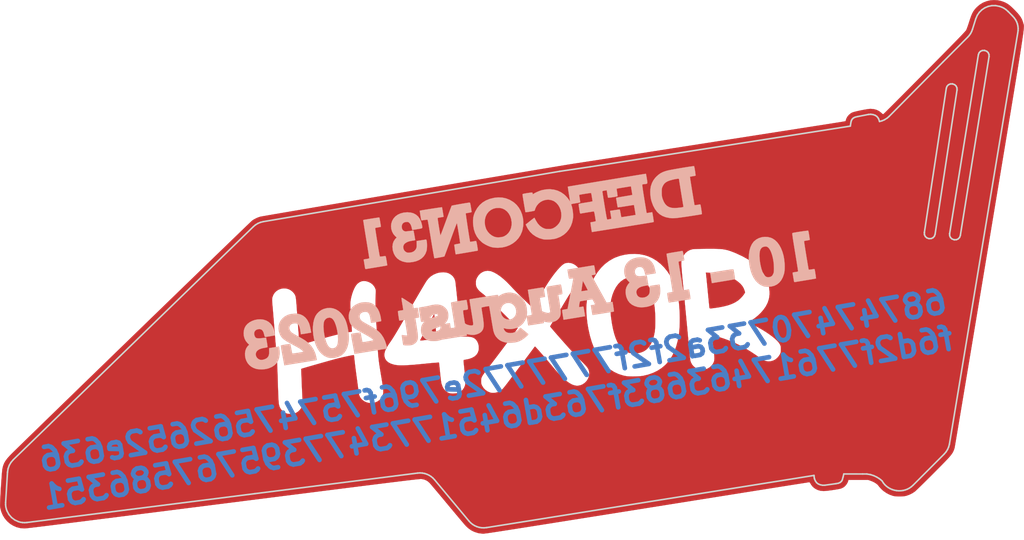
<source format=kicad_pcb>
(kicad_pcb (version 20221018) (generator pcbnew)
  (layers (0 "F.Cu" signal) (31 "B.Cu" signal) (34 "B.Paste" user) (35 "F.Paste" user) (36 "B.SilkS" user "B.Silkscreen") (37 "F.SilkS" user "F.Silkscreen") (38 "B.Mask" user) (39 "F.Mask" user) (44 "Edge.Cuts" user))
  (net 0 "")
  (footprint "LOGO" (layer "F.Cu") (at 56.9733 47.2039)
    (fp_text reference "G***" hide)
    (fp_text value "LOGO" hide)
    (fp_poly (pts (xy -4.086009 -13.15861) (xy -4.085517 -13.151041) (xy -4.08356 -13.126746) (xy -4.077837 -13.065137) (xy -4.068814 -12.971022) (xy -4.056961 -12.849209) (xy -4.042745 -12.704505) (xy -4.026633 -12.541716) (xy -4.009094 -12.365652) (xy -4.009075 -12.365456) (xy -3.991807 -12.189771) (xy -3.976429 -12.027672) (xy -3.96335 -11.883907) (xy -3.952976 -11.763222) (xy -3.945717 -11.670363) (xy -3.941979 -11.610076) (xy -3.94217 -11.587109) (xy -3.942192 -11.587086) (xy -3.96534 -11.582107) (xy -4.024128 -11.573996) (xy -4.112044 -11.563523) (xy -4.222576 -11.551455) (xy -4.34921 -11.538562) (xy -4.373176 -11.536216) (xy -4.509587 -11.522826) (xy -4.638252 -11.509974) (xy -4.750688 -11.498524) (xy -4.838412 -11.489341) (xy -4.892941 -11.483288) (xy -4.894791 -11.483066) (xy -4.954266 -11.479544) (xy -4.990036 -11.484729) (xy -4.995333 -11.490534) (xy -4.98563 -11.513143) (xy -4.958044 -11.568596) (xy -4.914863 -11.652517) (xy -4.858373 -11.760529) (xy -4.790861 -11.888256) (xy -4.714614 -12.031322) (xy -4.64379 -12.163305) (xy -4.557457 -12.324003) (xy -4.473943 -12.48002) (xy -4.39629 -12.625631) (xy -4.327542 -12.755112) (xy -4.270739 -12.862737) (xy -4.228925 -12.942782) (xy -4.210442 -12.978858) (xy -4.162707 -13.068708) (xy -4.124453 -13.130825) (xy -4.098086 -13.161898) (xy -4.086009 -13.15861)) (stroke (width 0.01)) (fill solid) (layer "F.Cu"))
    (fp_poly (pts (xy 13.845468 -15.847951) (xy 14.011115 -15.842217) (xy 14.143 -15.834847) (xy 14.249686 -15.825021) (xy 14.339738 -15.811919) (xy 14.421718 -15.79472) (xy 14.435007 -15.791445) (xy 14.669073 -15.721133) (xy 14.900577 -15.629892) (xy 15.122837 -15.521631) (xy 15.329171 -15.40026) (xy 15.512898 -15.269689) (xy 15.667337 -15.133827) (xy 15.780115 -15.004402) (xy 15.858193 -14.877342) (xy 15.915568 -14.742135) (xy 15.919545 -14.729501) (xy 15.963756 -14.583946) (xy 15.910713 -14.493931) (xy 15.840885 -14.393542) (xy 15.746465 -14.282771) (xy 15.638808 -14.173591) (xy 15.529272 -14.077975) (xy 15.483046 -14.04303) (xy 15.308353 -13.934636) (xy 15.105584 -13.839461) (xy 14.872035 -13.756662) (xy 14.605004 -13.685396) (xy 14.301786 -13.62482) (xy 13.992513 -13.578326) (xy 13.871478 -13.562598) (xy 13.785964 -13.552774) (xy 13.729475 -13.54959) (xy 13.695514 -13.553781) (xy 13.677586 -13.566081) (xy 13.669195 -13.587224) (xy 13.664257 -13.615458) (xy 13.659964 -13.650108) (xy 13.652105 -13.722408) (xy 13.641134 -13.827865) (xy 13.627503 -13.961986) (xy 13.611665 -14.120279) (xy 13.594074 -14.29825) (xy 13.575183 -14.491408) (xy 13.557003 -14.679083) (xy 13.537228 -14.883304) (xy 13.518278 -15.077344) (xy 13.500617 -15.25657) (xy 13.48471 -15.416351) (xy 13.471019 -15.552055) (xy 13.460008 -15.659052) (xy 13.452142 -15.732709) (xy 13.448131 -15.766678) (xy 13.435186 -15.85944) (xy 13.845468 -15.847951)) (stroke (width 0.01)) (fill solid) (layer "F.Cu"))
    (fp_poly (pts (xy 8.909785 -15.56957) (xy 9.114161 -15.523344) (xy 9.301739 -15.439877) (xy 9.470029 -15.319873) (xy 9.552936 -15.239124) (xy 9.684671 -15.072402) (xy 9.800162 -14.874273) (xy 9.899975 -14.643111) (xy 9.984676 -14.377288) (xy 10.054831 -14.075179) (xy 10.111005 -13.735158) (xy 10.130825 -13.578416) (xy 10.146214 -13.414647) (xy 10.157667 -13.22794) (xy 10.165173 -13.026842) (xy 10.168717 -12.819899) (xy 10.168285 -12.615656) (xy 10.163863 -12.42266) (xy 10.155438 -12.249455) (xy 10.142995 -12.104587) (xy 10.133338 -12.03325) (xy 10.070908 -11.734231) (xy 9.987429 -11.47188) (xy 9.882848 -11.246105) (xy 9.757115 -11.056815) (xy 9.610179 -10.90392) (xy 9.441988 -10.787328) (xy 9.427566 -10.779542) (xy 9.257069 -10.708686) (xy 9.063867 -10.66127) (xy 8.862027 -10.639761) (xy 8.66775 -10.646379) (xy 8.47317 -10.684966) (xy 8.294566 -10.75522) (xy 8.131418 -10.858055) (xy 7.983204 -10.994389) (xy 7.849404 -11.165135) (xy 7.729495 -11.371211) (xy 7.622958 -11.61353) (xy 7.52927 -11.893009) (xy 7.447912 -12.210564) (xy 7.378361 -12.567109) (xy 7.320096 -12.963561) (xy 7.31211 -13.028083) (xy 7.296583 -13.197548) (xy 7.288082 -13.383023) (xy 7.286408 -13.574128) (xy 7.291364 -13.760481) (xy 7.302752 -13.931704) (xy 7.320375 -14.077415) (xy 7.333386 -14.146196) (xy 7.413575 -14.435592) (xy 7.516267 -14.696188) (xy 7.640092 -14.926283) (xy 7.783682 -15.124173) (xy 7.945668 -15.288159) (xy 8.124682 -15.416539) (xy 8.319355 -15.50761) (xy 8.460595 -15.547491) (xy 8.691099 -15.577854) (xy 8.909785 -15.56957)) (stroke (width 0.01)) (fill solid) (layer "F.Cu"))
    (fp_poly (pts (xy 32.26794 -33.445704) (xy 32.513013 -33.392258) (xy 32.719651 -33.314894) (xy 32.825536 -33.261663) (xy 32.928377 -33.198005) (xy 33.034178 -33.119141) (xy 33.148946 -33.020296) (xy 33.278686 -32.896693) (xy 33.401 -32.772952) (xy 33.543375 -32.620721) (xy 33.656336 -32.486372) (xy 33.744506 -32.362613) (xy 33.812506 -32.242153) (xy 33.864958 -32.1177) (xy 33.906485 -31.981963) (xy 33.909298 -31.971084) (xy 33.915048 -31.950478) (xy 33.920822 -31.932503) (xy 33.92647 -31.916201) (xy 33.931842 -31.900613) (xy 33.936788 -31.88478) (xy 33.94116 -31.867746) (xy 33.944808 -31.84855) (xy 33.947581 -31.826235) (xy 33.94933 -31.799842) (xy 33.949905 -31.768413) (xy 33.949158 -31.73099) (xy 33.946937 -31.686614) (xy 33.943094 -31.634326) (xy 33.937479 -31.573169) (xy 33.929943 -31.502184) (xy 33.920334 -31.420413) (xy 33.908505 -31.326896) (xy 33.894305 -31.220677) (xy 33.877584 -31.100795) (xy 33.858194 -30.966294) (xy 33.835984 -30.816215) (xy 33.810804 -30.649598) (xy 33.782506 -30.465487) (xy 33.750939 -30.262922) (xy 33.715954 -30.040945) (xy 33.6774 -29.798597) (xy 33.63513 -29.534921) (xy 33.588992 -29.248958) (xy 33.538837 -28.939749) (xy 33.484515 -28.606337) (xy 33.425878 -28.247762) (xy 33.362774 -27.863066) (xy 33.295055 -27.451291) (xy 33.222571 -27.011479) (xy 33.145173 -26.542671) (xy 33.062709 -26.043909) (xy 32.975032 -25.514234) (xy 32.881991 -24.952688) (xy 32.783437 -24.358313) (xy 32.679219 -23.73015) (xy 32.569189 -23.067241) (xy 32.453197 -22.368627) (xy 32.331093 -21.63335) (xy 32.202727 -20.860452) (xy 32.06795 -20.048974) (xy 31.926612 -19.197958) (xy 31.778563 -18.306445) (xy 31.729077 -18.008426) (xy 31.60508 -17.261787) (xy 31.482718 -16.52526) (xy 31.362178 -15.79996) (xy 31.243647 -15.087002) (xy 31.12731 -14.387501) (xy 31.013354 -13.702572) (xy 30.901964 -13.033329) (xy 30.793329 -12.380887) (xy 30.687632 -11.746361) (xy 30.585062 -11.130866) (xy 30.485804 -10.535516) (xy 30.390045 -9.961427) (xy 30.29797 -9.409713) (xy 30.209766 -8.881488) (xy 30.12562 -8.377869) (xy 30.045718 -7.899968) (xy 29.970245 -7.448902) (xy 29.899388 -7.025785) (xy 29.833334 -6.631732) (xy 29.772269 -6.267857) (xy 29.716379 -5.935275) (xy 29.66585 -5.635102) (xy 29.620869 -5.368451) (xy 29.581622 -5.136438) (xy 29.548295 -4.940178) (xy 29.521074 -4.780785) (xy 29.500147 -4.659374) (xy 29.485698 -4.577059) (xy 29.477914 -4.534956) (xy 29.476723 -4.529666) (xy 29.453667 -4.4587) (xy 29.430298 -4.393491) (xy 29.404514 -4.331518) (xy 29.374213 -4.270259) (xy 29.337292 -4.207193) (xy 29.29165 -4.139798) (xy 29.235182 -4.065553) (xy 29.165788 -3.981935) (xy 29.081365 -3.886422) (xy 28.97981 -3.776494) (xy 28.859022 -3.649628) (xy 28.716897 -3.503303) (xy 28.551334 -3.334997) (xy 28.360229 -3.142188) (xy 28.141481 -2.922354) (xy 28.112181 -2.892941) (xy 27.932415 -2.712922) (xy 27.758558 -2.539638) (xy 27.593344 -2.375765) (xy 27.439509 -2.223978) (xy 27.299789 -2.086953) (xy 27.17692 -1.967367) (xy 27.073635 -1.867895) (xy 26.992672 -1.791213) (xy 26.936766 -1.739998) (xy 26.913417 -1.720281) (xy 26.755046 -1.616735) (xy 26.572189 -1.525726) (xy 26.382511 -1.455855) (xy 26.3525 -1.447154) (xy 26.242682 -1.42579) (xy 26.104497 -1.412472) (xy 25.951142 -1.407212) (xy 25.795814 -1.410022) (xy 25.65171 -1.420916) (xy 25.532026 -1.439904) (xy 25.505834 -1.44636) (xy 25.28645 -1.524397) (xy 25.074089 -1.634502) (xy 24.882289 -1.769153) (xy 24.807917 -1.834219) (xy 24.731264 -1.90991) (xy 24.660149 -1.986449) (xy 24.60453 -2.052815) (xy 24.582066 -2.084223) (xy 24.509839 -2.169082) (xy 24.404027 -2.253579) (xy 24.27306 -2.332154) (xy 24.125367 -2.399242) (xy 24.078735 -2.41641) (xy 23.90775 -2.475933) (xy 23.270209 -2.476217) (xy 22.632669 -2.4765) (xy 22.605315 -2.378802) (xy 22.564926 -2.282715) (xy 22.500032 -2.179403) (xy 22.421751 -2.084511) (xy 22.350685 -2.020446) (xy 22.289597 -1.983002) (xy 22.210417 -1.94409) (xy 22.16296 -1.924571) (xy 22.101341 -1.906978) (xy 22.005798 -1.886372) (xy 21.884534 -1.863957) (xy 21.745748 -1.840936) (xy 21.597641 -1.81851) (xy 21.448413 -1.797884) (xy 21.306264 -1.78026) (xy 21.179395 -1.766841) (xy 21.076007 -1.75883) (xy 21.021137 -1.757084) (xy 20.827565 -1.775412) (xy 20.64631 -1.827552) (xy 20.482988 -1.910299) (xy 20.343213 -2.02045) (xy 20.2326 -2.154801) (xy 20.189127 -2.231808) (xy 20.156213 -2.287215) (xy 20.123962 -2.322096) (xy 20.109407 -2.328271) (xy 20.085442 -2.324978) (xy 20.021741 -2.31533) (xy 19.920373 -2.299653) (xy 19.783403 -2.278276) (xy 19.612901 -2.251524) (xy 19.410932 -2.219726) (xy 19.179565 -2.183209) (xy 18.920866 -2.142299) (xy 18.636903 -2.097324) (xy 18.329744 -2.04861) (xy 18.001454 -1.996486) (xy 17.654103 -1.941279) (xy 17.289757 -1.883314) (xy 16.910484 -1.82292) (xy 16.51835 -1.760424) (xy 16.16075 -1.703386) (xy 15.151251 -1.542308) (xy 14.182699 -1.387768) (xy 13.254237 -1.239629) (xy 12.365008 -1.097758) (xy 11.514153 -0.962017) (xy 10.700817 -0.832274) (xy 9.924142 -0.708391) (xy 9.183271 -0.590234) (xy 8.477346 -0.477668) (xy 7.805511 -0.370557) (xy 7.166908 -0.268766) (xy 6.56068 -0.17216) (xy 5.985969 -0.080604) (xy 5.44192 0.006037) (xy 4.927673 0.0879) (xy 4.442373 0.165118) (xy 3.985162 0.237827) (xy 3.555182 0.306164) (xy 3.151577 0.370261) (xy 2.773489 0.430256) (xy 2.420062 0.486283) (xy 2.090438 0.538477) (xy 1.783759 0.586974) (xy 1.499169 0.631908) (xy 1.23581 0.673416) (xy 0.992825 0.711632) (xy 0.769358 0.746692) (xy 0.56455 0.77873) (xy 0.377545 0.807883) (xy 0.207485 0.834284) (xy 0.053513 0.85807) (xy -0.085228 0.879376) (xy -0.209595 0.898337) (xy -0.320445 0.915088) (xy -0.418636 0.929764) (xy -0.505025 0.942501) (xy -0.580469 0.953434) (xy -0.645825 0.962698) (xy -0.701951 0.970428) (xy -0.749703 0.97676) (xy -0.789939 0.981829) (xy -0.823516 0.985769) (xy -0.851292 0.988717) (xy -0.874122 0.990807) (xy -0.892866 0.992176) (xy -0.908379 0.992957) (xy -0.921519 0.993286) (xy -0.932862 0.993301) (xy -1.043936 0.987189) (xy -1.164937 0.972613) (xy -1.27001 0.952703) (xy -1.271695 0.952291) (xy -1.506244 0.877347) (xy -1.716103 0.772322) (xy -1.908888 0.632809) (xy -2.045206 0.504594) (xy -2.079322 0.466998) (xy -2.138045 0.399605) (xy -2.218997 0.305235) (xy -2.3198 0.186708) (xy -2.438074 0.046845) (xy -2.571442 -0.111536) (xy -2.717524 -0.285613) (xy -2.873943 -0.472566) (xy -3.03832 -0.669576) (xy -3.208275 -0.873822) (xy -3.23847 -0.910166) (xy -3.408238 -1.114356) (xy -3.572123 -1.311074) (xy -3.727833 -1.497592) (xy -3.873072 -1.67118) (xy -4.005546 -1.829107) (xy -4.122963 -1.968645) (xy -4.223027 -2.087063) (xy -4.303445 -2.181631) (xy -4.361923 -2.24962) (xy -4.396166 -2.2883) (xy -4.400014 -2.292391) (xy -4.540461 -2.409706) (xy -4.699092 -2.48881) (xy -4.876148 -2.529814) (xy -4.939146 -2.535026) (xy -4.96242 -2.534866) (xy -5.000223 -2.532699) (xy -5.053688 -2.528386) (xy -5.123951 -2.521787) (xy -5.212145 -2.512764) (xy -5.319406 -2.501177) (xy -5.446866 -2.486886) (xy -5.595662 -2.469753) (xy -5.766926 -2.449637) (xy -5.961795 -2.426401) (xy -6.181401 -2.399904) (xy -6.426879 -2.370008) (xy -6.699365 -2.336572) (xy -6.999991 -2.299458) (xy -7.329894 -2.258526) (xy -7.690206 -2.213637) (xy -8.082062 -2.164653) (xy -8.506598 -2.111432) (xy -8.964946 -2.053837) (xy -9.458242 -1.991727) (xy -9.987621 -1.924964) (xy -10.554215 -1.853408) (xy -11.15916 -1.776921) (xy -11.803591 -1.695362) (xy -12.488641 -1.608592) (xy -12.6365 -1.589856) (xy -13.674978 -1.458259) (xy -14.672298 -1.331882) (xy -15.629296 -1.210621) (xy -16.546811 -1.09437) (xy -17.425682 -0.983025) (xy -18.266746 -0.87648) (xy -19.07084 -0.77463) (xy -19.838804 -0.67737) (xy -20.571475 -0.584595) (xy -21.269692 -0.4962) (xy -21.934291 -0.412079) (xy -22.566112 -0.332128) (xy -23.165991 -0.256241) (xy -23.734768 -0.184314) (xy -24.273281 -0.11624) (xy -24.782366 -0.051916) (xy -25.262863 0.008764) (xy -25.715609 0.065906) (xy -26.141443 0.119614) (xy -26.541201 0.169994) (xy -26.915723 0.21715) (xy -27.265847 0.261187) (xy -27.59241 0.302212) (xy -27.89625 0.340329) (xy -28.178205 0.375642) (xy -28.439114 0.408258) (xy -28.679815 0.438281) (xy -28.901145 0.465817) (xy -29.103942 0.49097) (xy -29.289045 0.513845) (xy -29.457291 0.534549) (xy -29.609519 0.553185) (xy -29.746566 0.56986) (xy -29.869271 0.584678) (xy -29.978472 0.597744) (xy -30.075006 0.609163) (xy -30.159712 0.619041) (xy -30.233427 0.627482) (xy -30.29699 0.634593) (xy -30.351238 0.640477) (xy -30.39701 0.64524) (xy -30.435144 0.648987) (xy -30.466478 0.651824) (xy -30.491849 0.653855) (xy -30.512096 0.655185) (xy -30.528057 0.65592) (xy -30.540569 0.656165) (xy -30.541569 0.656167) (xy -30.790311 0.635924) (xy -31.027362 0.577202) (xy -31.249436 0.483012) (xy -31.45325 0.356365) (xy -31.635521 0.200272) (xy -31.792965 0.017744) (xy -31.922298 -0.188208) (xy -32.020237 -0.414574) (xy -32.083497 -0.658341) (xy -32.099741 -0.772583) (xy -32.101309 -0.822078) (xy -32.099991 -0.90869) (xy -32.096099 -1.027325) (xy -32.089947 -1.172886) (xy -32.081848 -1.34028) (xy -32.072116 -1.524412) (xy -32.061065 -1.720185) (xy -32.049006 -1.922506) (xy -32.036255 -2.12628) (xy -32.023125 -2.32641) (xy -32.009928 -2.517804) (xy -31.996978 -2.695365) (xy -31.98459 -2.853998) (xy -31.973075 -2.988609) (xy -31.962749 -3.094102) (xy -31.953923 -3.165384) (xy -31.951714 -3.178793) (xy -31.917892 -3.332318) (xy -31.872923 -3.471174) (xy -31.812794 -3.602058) (xy -31.73349 -3.73167) (xy -31.630996 -3.866707) (xy -31.501298 -4.013868) (xy -31.369 -4.151142) (xy -31.3182 -4.201782) (xy -31.23928 -4.279659) (xy -31.133348 -4.383699) (xy -31.001508 -4.512827) (xy -30.844869 -4.66597) (xy -30.664536 -4.842054) (xy -30.461617 -5.040005) (xy -30.237217 -5.258749) (xy -29.992444 -5.497212) (xy -29.728404 -5.754322) (xy -29.446203 -6.029002) (xy -29.146949 -6.320181) (xy -28.831748 -6.626784) (xy -28.501707 -6.947737) (xy -28.157931 -7.281966) (xy -27.801529 -7.628397) (xy -27.433606 -7.985957) (xy -27.055268 -8.353572) (xy -26.667624 -8.730168) (xy -26.271779 -9.114671) (xy -25.868839 -9.506007) (xy -25.459912 -9.903102) (xy -25.046105 -10.304883) (xy -24.628522 -10.710275) (xy -24.208273 -11.118205) (xy -23.786462 -11.527599) (xy -23.364196 -11.937384) (xy -22.942583 -12.346484) (xy -22.522729 -12.753827) (xy -22.10574 -13.158338) (xy -21.692723 -13.558944) (xy -21.284785 -13.954571) (xy -21.159771 -14.075796) (xy -14.552389 -14.075796) (xy -14.548725 -13.997105) (xy -14.541235 -13.893461) (xy -14.529813 -13.758254) (xy -14.521044 -13.659412) (xy -14.510438 -13.538232) (xy -14.497101 -13.38155) (xy -14.481584 -13.196068) (xy -14.464438 -12.988489) (xy -14.446213 -12.765517) (xy -14.427462 -12.533854) (xy -14.408734 -12.300204) (xy -14.392744 -12.098697) (xy -14.374568 -11.870068) (xy -14.355924 -11.638562) (xy -14.337354 -11.410712) (xy -14.3194 -11.193049) (xy -14.302605 -10.992107) (xy -14.287509 -10.814418) (xy -14.274655 -10.666514) (xy -14.265437 -10.564113) (xy -14.254231 -10.42647) (xy -14.242786 -10.256161) (xy -14.231607 -10.062844) (xy -14.221204 -9.856181) (xy -14.212083 -9.64583) (xy -14.204751 -9.441453) (xy -14.202509 -9.36625) (xy -14.191245 -8.976994) (xy -14.18033 -8.62874) (xy -14.169773 -8.321663) (xy -14.159581 -8.055936) (xy -14.14976 -7.831734) (xy -14.140319 -7.649229) (xy -14.131265 -7.508596) (xy -14.122605 -7.410009) (xy -14.117251 -7.368923) (xy -14.068443 -7.193068) (xy -13.984188 -7.039139) (xy -13.866925 -6.910177) (xy -13.719096 -6.809221) (xy -13.637843 -6.771541) (xy -13.52781 -6.74311) (xy -13.394673 -6.732657) (xy -13.253337 -6.739527) (xy -13.118711 -6.763064) (xy -13.013341 -6.798992) (xy -12.877331 -6.882552) (xy -12.75626 -6.996656) (xy -12.661807 -7.129643) (xy -12.640472 -7.171341) (xy -12.621645 -7.215199) (xy -12.606809 -7.260286) (xy -12.595823 -7.311315) (xy -12.588548 -7.372997) (xy -12.584844 -7.450046) (xy -12.584571 -7.547174) (xy -12.587589 -7.669093) (xy -12.593758 -7.820515) (xy -12.602938 -8.006153) (xy -12.611122 -8.15975) (xy -12.617943 -8.291615) (xy -12.625073 -8.440221) (xy -12.632304 -8.600111) (xy -12.639428 -8.76583) (xy -12.646236 -8.93192) (xy -12.652521 -9.092926) (xy -12.658073 -9.243389) (xy -12.662684 -9.377855) (xy -12.666145 -9.490866) (xy -12.66825 -9.576966) (xy -12.668788 -9.630699) (xy -12.667917 -9.646775) (xy -12.646728 -9.654728) (xy -12.589152 -9.672815) (xy -12.499578 -9.699785) (xy -12.382394 -9.734386) (xy -12.241987 -9.775368) (xy -12.082744 -9.821479) (xy -11.909055 -9.871468) (xy -11.725307 -9.924085) (xy -11.535886 -9.978078) (xy -11.345182 -10.032196) (xy -11.157582 -10.085188) (xy -10.977473 -10.135804) (xy -10.809244 -10.182792) (xy -10.657282 -10.224901) (xy -10.525975 -10.260879) (xy -10.41971 -10.289477) (xy -10.3505 -10.307518) (xy -10.198347 -10.345231) (xy -10.041491 -10.382515) (xy -9.885495 -10.418205) (xy -9.735922 -10.451136) (xy -9.598336 -10.480139) (xy -9.4783 -10.504051) (xy -9.381376 -10.521705) (xy -9.313129 -10.531935) (xy -9.279121 -10.533575) (xy -9.276683 -10.532572) (xy -9.26867 -10.50694) (xy -9.260329 -10.453829) (xy -9.256741 -10.420337) (xy -9.236322 -10.216669) (xy -9.208901 -9.974702) (xy -9.174889 -9.697817) (xy -9.134696 -9.389394) (xy -9.101377 -9.144) (xy -9.077856 -8.972347) (xy -9.054433 -8.799429) (xy -9.032275 -8.634023) (xy -9.012553 -8.484905) (xy -8.996436 -8.36085) (xy -8.985784 -8.276296) (xy -8.971234 -8.167452) (xy -8.955653 -8.067196) (xy -8.940917 -7.986735) (xy -8.929021 -7.937629) (xy -8.859562 -7.791303) (xy -8.756846 -7.665346) (xy -8.626395 -7.563148) (xy -8.473734 -7.4881) (xy -8.304383 -7.443591) (xy -8.123866 -7.433011) (xy -8.108213 -7.433783) (xy -7.92924 -7.463717) (xy -7.767329 -7.529499) (xy -7.626907 -7.627404) (xy -7.512403 -7.753708) (xy -7.428247 -7.904687) (xy -7.385592 -8.041457) (xy -7.377829 -8.088844) (xy -7.374041 -8.144128) (xy -7.374674 -8.211308) (xy -7.380175 -8.294382) (xy -7.390988 -8.397349) (xy -7.40756 -8.524207) (xy -7.430337 -8.678954) (xy -7.459765 -8.865588) (xy -7.49629 -9.088108) (xy -7.514473 -9.196916) (xy -7.55376 -9.432371) (xy -7.587459 -9.638668) (xy -7.616221 -9.822012) (xy -7.6407 -9.988606) (xy -7.661547 -10.144655) (xy -7.679416 -10.296362) (xy -7.694958 -10.449932) (xy -7.700766 -10.51762) (xy -7.309623 -10.51762) (xy -7.301241 -10.439104) (xy -7.25793 -10.297164) (xy -7.177222 -10.174209) (xy -7.059812 -10.070756) (xy -6.906395 -9.987324) (xy -6.717667 -9.924429) (xy -6.567804 -9.893372) (xy -6.465131 -9.880059) (xy -6.346504 -9.871757) (xy -6.208805 -9.868607) (xy -6.048916 -9.870746) (xy -5.86372 -9.878313) (xy -5.650097 -9.891447) (xy -5.404929 -9.910287) (xy -5.1251 -9.934972) (xy -4.80749 -9.965641) (xy -4.699 -9.976575) (xy -4.508464 -9.995537) (xy -4.331156 -10.012391) (xy -4.171459 -10.02678) (xy -4.033758 -10.038345) (xy -3.922436 -10.046727) (xy -3.841878 -10.051567) (xy -3.796467 -10.052508) (xy -3.787947 -10.051106) (xy -3.783032 -10.026438) (xy -3.774801 -9.965088) (xy -3.76387 -9.872525) (xy -3.750856 -9.754216) (xy -3.736376 -9.615631) (xy -3.721046 -9.462237) (xy -3.717905 -9.429984) (xy -3.701474 -9.267608) (xy -3.684534 -9.112956) (xy -3.667928 -8.972809) (xy -3.652497 -8.853945) (xy -3.639083 -8.763146) (xy -3.628527 -8.707193) (xy -3.627835 -8.704437) (xy -3.561201 -8.507597) (xy -3.472107 -8.345975) (xy -3.359436 -8.218231) (xy -3.222071 -8.123024) (xy -3.100916 -8.07175) (xy -3.010708 -8.054123) (xy -2.894723 -8.048588) (xy -2.767507 -8.054343) (xy -2.643606 -8.070585) (xy -2.537564 -8.096513) (xy -2.516676 -8.103975) (xy -2.381132 -8.178056) (xy -2.263355 -8.284647) (xy -2.169681 -8.415498) (xy -2.10645 -8.562358) (xy -2.084077 -8.667142) (xy -2.081559 -8.726749) (xy -2.083614 -8.82305) (xy -2.089859 -8.950699) (xy -2.099909 -9.104348) (xy -2.11338 -9.278649) (xy -2.129889 -9.468255) (xy -2.149052 -9.667819) (xy -2.170484 -9.871994) (xy -2.170732 -9.87425) (xy -2.184951 -10.002297) (xy -2.194306 -10.094357) (xy -2.197595 -10.156618) (xy -2.193617 -10.195267) (xy -2.181171 -10.216493) (xy -2.159055 -10.226482) (xy -2.126068 -10.231423) (xy -2.100791 -10.234507) (xy -1.866106 -10.2797) (xy -1.666705 -10.346882) (xy -1.502882 -10.43582) (xy -1.374931 -10.546279) (xy -1.283145 -10.678025) (xy -1.227819 -10.830824) (xy -1.211412 -10.943173) (xy -1.21561 -11.111696) (xy -1.250391 -11.271983) (xy -1.312539 -11.416233) (xy -1.39884 -11.536643) (xy -1.487786 -11.613751) (xy -1.566222 -11.658108) (xy -1.655689 -11.690749) (xy -1.763649 -11.713155) (xy -1.897565 -11.726804) (xy -2.064899 -11.733174) (xy -2.092407 -11.733582) (xy -2.360083 -11.736916) (xy -2.53347 -13.472583) (xy -2.560528 -13.741977) (xy -2.58684 -14.001119) (xy -2.612049 -14.246645) (xy -2.635795 -14.475192) (xy -2.65772 -14.683393) (xy -2.677465 -14.867885) (xy -2.694673 -15.025304) (xy -2.708985 -15.152284) (xy -2.71437 -15.197666) (xy -1.40747 -15.197666) (xy -1.4052 -15.09917) (xy -1.396423 -15.026576) (xy -1.377962 -14.963587) (xy -1.34936 -14.899426) (xy -1.274975 -14.781064) (xy -1.16657 -14.662154) (xy -1.021129 -14.539616) (xy -0.935784 -14.477563) (xy -0.898999 -14.447628) (xy -0.836955 -14.392095) (xy -0.752553 -14.313829) (xy -0.648696 -14.215695) (xy -0.528286 -14.100558) (xy -0.394226 -13.971283) (xy -0.249418 -13.830735) (xy -0.096765 -13.681778) (xy 0.060832 -13.527278) (xy 0.22047 -13.370099) (xy 0.379246 -13.213107) (xy 0.534258 -13.059165) (xy 0.682604 -12.91114) (xy 0.821382 -12.771896) (xy 0.947689 -12.644297) (xy 1.058622 -12.53121) (xy 1.15128 -12.435497) (xy 1.22276 -12.360025) (xy 1.27016 -12.307659) (xy 1.290577 -12.281263) (xy 1.291167 -12.279369) (xy 1.278723 -12.255751) (xy 1.242864 -12.201411) (xy 1.185795 -12.119326) (xy 1.109723 -12.012471) (xy 1.016854 -11.883824) (xy 0.909393 -11.736362) (xy 0.789549 -11.57306) (xy 0.659526 -11.396897) (xy 0.521531 -11.210847) (xy 0.377771 -11.017888) (xy 0.230452 -10.820997) (xy 0.081779 -10.62315) (xy -0.06604 -10.427324) (xy -0.2108 -10.236496) (xy -0.350294 -10.053641) (xy -0.482315 -9.881738) (xy -0.569955 -9.768416) (xy -0.668926 -9.639108) (xy -0.762744 -9.513232) (xy -0.847132 -9.396782) (xy -0.917812 -9.295753) (xy -0.970508 -9.216139) (xy -1.000109 -9.165612) (xy -1.036361 -9.087852) (xy -1.057173 -9.023073) (xy -1.066655 -8.952916) (xy -1.068916 -8.859023) (xy -1.068916 -8.85825) (xy -1.066635 -8.763714) (xy -1.056999 -8.692634) (xy -1.035818 -8.626253) (xy -0.999347 -8.546711) (xy -0.905449 -8.40164) (xy -0.779714 -8.27627) (xy -0.630619 -8.177377) (xy -0.466641 -8.111742) (xy -0.449878 -8.107301) (xy -0.322801 -8.091129) (xy -0.17944 -8.098408) (xy -0.03733 -8.127121) (xy 0.069717 -8.167034) (xy 0.146432 -8.207247) (xy 0.214417 -8.251655) (xy 0.279968 -8.306201) (xy 0.349383 -8.376827) (xy 0.428958 -8.469476) (xy 0.52499 -8.590092) (xy 0.544201 -8.614833) (xy 0.592311 -8.677498) (xy 0.661019 -8.767766) (xy 0.74759 -8.881994) (xy 0.84929 -9.01654) (xy 0.963385 -9.167763) (xy 1.08714 -9.33202) (xy 1.217821 -9.505668) (xy 1.352692 -9.685067) (xy 1.48902 -9.866572) (xy 1.62407 -10.046543) (xy 1.755107 -10.221338) (xy 1.879397 -10.387313) (xy 1.994205 -10.540827) (xy 2.096797 -10.678238) (xy 2.184439 -10.795903) (xy 2.254395 -10.890181) (xy 2.303931 -10.957429) (xy 2.328063 -10.990791) (xy 2.368119 -11.044589) (xy 2.398889 -11.080508) (xy 2.411297 -11.089921) (xy 2.429969 -11.073808) (xy 2.472614 -11.029358) (xy 2.535792 -10.960495) (xy 2.616065 -10.871145) (xy 2.709996 -10.76523) (xy 2.814145 -10.646676) (xy 2.925074 -10.519407) (xy 3.039345 -10.387347) (xy 3.15352 -10.254421) (xy 3.26416 -10.124553) (xy 3.367827 -10.001668) (xy 3.430034 -9.927166) (xy 3.588632 -9.737286) (xy 3.72492 -9.576519) (xy 3.842716 -9.440674) (xy 3.945841 -9.325562) (xy 4.038117 -9.226989) (xy 4.123362 -9.140765) (xy 4.205398 -9.062699) (xy 4.275667 -8.999443) (xy 4.467245 -8.841423) (xy 4.642443 -8.719499) (xy 4.804337 -8.632169) (xy 4.956002 -8.577931) (xy 5.100514 -8.555282) (xy 5.183308 -8.556102) (xy 5.347103 -8.587604) (xy 5.49848 -8.654267) (xy 5.633018 -8.750637) (xy 5.746295 -8.871258) (xy 5.833886 -9.010675) (xy 5.891372 -9.163435) (xy 5.914328 -9.32408) (xy 5.90604 -9.447602) (xy 5.888271 -9.531826) (xy 5.861455 -9.609146) (xy 5.821559 -9.68545) (xy 5.764549 -9.766626) (xy 5.686392 -9.858562) (xy 5.583056 -9.967146) (xy 5.480183 -10.069336) (xy 5.368266 -10.180494) (xy 5.238735 -10.311916) (xy 5.102382 -10.452479) (xy 4.970001 -10.59106) (xy 4.858134 -10.710333) (xy 4.764097 -10.81261) (xy 4.656394 -10.931162) (xy 4.538043 -11.062548) (xy 4.412066 -11.203326) (xy 4.281483 -11.350054) (xy 4.149316 -11.499291) (xy 4.018583 -11.647595) (xy 3.892307 -11.791524) (xy 3.773506 -11.927636) (xy 3.665203 -12.052489) (xy 3.570417 -12.162643) (xy 3.492169 -12.254654) (xy 3.433479 -12.325081) (xy 3.397369 -12.370482) (xy 3.386667 -12.387023) (xy 3.397479 -12.409777) (xy 3.427935 -12.463364) (xy 3.475063 -12.54283) (xy 3.535893 -12.643221) (xy 3.607453 -12.759583) (xy 3.680226 -12.876505) (xy 3.77983 -13.037017) (xy 3.890342 -13.21739) (xy 4.003921 -13.404677) (xy 4.031839 -13.451185) (xy 5.719902 -13.451185) (xy 5.738463 -13.043906) (xy 5.787099 -12.612973) (xy 5.852531 -12.222697) (xy 5.951344 -11.780345) (xy 6.072907 -11.369838) (xy 6.216707 -10.991814) (xy 6.38223 -10.646915) (xy 6.568961 -10.335781) (xy 6.776387 -10.059053) (xy 7.003993 -9.817372) (xy 7.251266 -9.611379) (xy 7.517692 -9.441713) (xy 7.802757 -9.309017) (xy 8.105947 -9.21393) (xy 8.297334 -9.175035) (xy 8.411507 -9.162154) (xy 8.556405 -9.154549) (xy 8.720775 -9.152023) (xy 8.893361 -9.154382) (xy 9.062911 -9.161428) (xy 9.218171 -9.172968) (xy 9.347887 -9.188805) (xy 9.377118 -9.193801) (xy 9.716828 -9.274735) (xy 10.033342 -9.387053) (xy 10.32433 -9.529561) (xy 10.587466 -9.701067) (xy 10.820419 -9.900381) (xy 10.883633 -9.964953) (xy 11.083089 -10.205406) (xy 11.256167 -10.47447) (xy 11.403437 -10.773465) (xy 11.525463 -11.103711) (xy 11.622815 -11.466529) (xy 11.694312 -11.851523) (xy 11.722985 -12.093521) (xy 11.742142 -12.367269) (xy 11.751955 -12.663304) (xy 11.752596 -12.972166) (xy 11.744239 -13.284394) (xy 11.727057 -13.590527) (xy 11.701221 -13.881106) (xy 11.666906 -14.146668) (xy 11.650595 -14.245166) (xy 11.565772 -14.628167) (xy 11.452091 -14.991063) (xy 11.311198 -15.331787) (xy 11.144736 -15.648268) (xy 10.954349 -15.938437) (xy 10.741681 -16.200226) (xy 10.508377 -16.431564) (xy 10.418596 -16.502315) (xy 11.850391 -16.502315) (xy 11.850908 -16.418018) (xy 11.85459 -16.316899) (xy 11.861522 -16.196334) (xy 11.871788 -16.053699) (xy 11.885471 -15.886371) (xy 11.902654 -15.691724) (xy 11.923421 -15.467136) (xy 11.947857 -15.209981) (xy 11.976044 -14.917636) (xy 12.008066 -14.587477) (xy 12.031011 -14.351) (xy 12.061524 -14.035482) (xy 12.092264 -13.716043) (xy 12.122797 -13.397276) (xy 12.15269 -13.083775) (xy 12.18151 -12.780134) (xy 12.208821 -12.490948) (xy 12.234191 -12.220809) (xy 12.257185 -11.974312) (xy 12.27737 -11.75605) (xy 12.294312 -11.570618) (xy 12.307577 -11.422608) (xy 12.307859 -11.419416) (xy 12.330683 -11.161492) (xy 12.350319 -10.942131) (xy 12.367193 -10.757719) (xy 12.381734 -10.604643) (xy 12.39437 -10.479287) (xy 12.405528 -10.378036) (xy 12.415637 -10.297277) (xy 12.425124 -10.233395) (xy 12.434418 -10.182775) (xy 12.443945 -10.141803) (xy 12.454135 -10.106863) (xy 12.465415 -10.074343) (xy 12.467879 -10.067705) (xy 12.542814 -9.925456) (xy 12.652023 -9.799712) (xy 12.788717 -9.696676) (xy 12.94611 -9.622552) (xy 12.960055 -9.61784) (xy 13.071334 -9.596276) (xy 13.204636 -9.593149) (xy 13.344479 -9.607263) (xy 13.475378 -9.637424) (xy 13.543591 -9.662907) (xy 13.670052 -9.738281) (xy 13.786994 -9.842255) (xy 13.883477 -9.963354) (xy 13.947039 -10.085979) (xy 13.964848 -10.139736) (xy 13.977761 -10.196187) (xy 13.985589 -10.260023) (xy 13.988144 -10.335938) (xy 13.985236 -10.428625) (xy 13.976678 -10.542776) (xy 13.962281 -10.683084) (xy 13.941856 -10.854242) (xy 13.915214 -11.060943) (xy 13.904672 -11.140412) (xy 13.883599 -11.301707) (xy 13.865153 -11.449282) (xy 13.849913 -11.577977) (xy 13.838459 -11.682631) (xy 13.831369 -11.758082) (xy 13.829223 -11.799169) (xy 13.830077 -11.805133) (xy 13.856409 -11.806046) (xy 13.916681 -11.795358) (xy 14.004643 -11.774759) (xy 14.114042 -11.745942) (xy 14.238626 -11.710597) (xy 14.372145 -11.670416) (xy 14.508346 -11.62709) (xy 14.594417 -11.598362) (xy 14.957697 -11.465112) (xy 15.309048 -11.31608) (xy 15.654863 -11.147829) (xy 16.001536 -10.956922) (xy 16.35546 -10.739922) (xy 16.723028 -10.493391) (xy 16.949275 -10.332411) (xy 17.124213 -10.222615) (xy 17.292154 -10.153395) (xy 17.456439 -10.124273) (xy 17.620407 -10.134772) (xy 17.787397 -10.184416) (xy 17.836069 -10.205694) (xy 17.941519 -10.270977) (xy 18.047643 -10.364216) (xy 18.142326 -10.473012) (xy 18.213451 -10.584966) (xy 18.220203 -10.598822) (xy 18.249143 -10.666901) (xy 18.26634 -10.72889) (xy 18.274579 -10.800226) (xy 18.276646 -10.896349) (xy 18.276607 -10.911416) (xy 18.274449 -11.01026) (xy 18.266961 -11.082059) (xy 18.251124 -11.142041) (xy 18.223919 -11.205432) (xy 18.214529 -11.224513) (xy 18.142449 -11.336901) (xy 18.033643 -11.46162) (xy 17.891129 -11.596428) (xy 17.717927 -11.739081) (xy 17.517054 -11.887334) (xy 17.291529 -12.038945) (xy 17.044371 -12.191668) (xy 16.778599 -12.343262) (xy 16.537912 -12.47078) (xy 16.429732 -12.526714) (xy 16.335555 -12.576488) (xy 16.261506 -12.616775) (xy 16.213713 -12.644249) (xy 16.198232 -12.6552) (xy 16.212661 -12.671412) (xy 16.255214 -12.702057) (xy 16.317091 -12.740864) (xy 16.325232 -12.745675) (xy 16.563985 -12.901838) (xy 16.78578 -13.078413) (xy 16.985975 -13.270339) (xy 17.159928 -13.472557) (xy 17.302996 -13.680004) (xy 17.410535 -13.88762) (xy 17.439054 -13.959754) (xy 17.493782 -14.130228) (xy 17.527658 -14.288202) (xy 17.543076 -14.450301) (xy 17.542427 -14.633151) (xy 17.540891 -14.667484) (xy 17.505361 -14.969098) (xy 17.429446 -15.258695) (xy 17.313452 -15.535935) (xy 17.157685 -15.800479) (xy 16.962452 -16.051988) (xy 16.728058 -16.290123) (xy 16.454809 -16.514544) (xy 16.143012 -16.724913) (xy 15.792971 -16.920889) (xy 15.404994 -17.102134) (xy 15.308539 -17.142474) (xy 15.155077 -17.203822) (xy 15.01635 -17.255124) (xy 14.886577 -17.297223) (xy 14.759978 -17.330962) (xy 14.630774 -17.357186) (xy 14.493183 -17.376737) (xy 14.341427 -17.390459) (xy 14.169723 -17.399196) (xy 13.972293 -17.40379) (xy 13.743356 -17.405085) (xy 13.514917 -17.404191) (xy 13.316932 -17.402269) (xy 13.131887 -17.399327) (xy 12.964848 -17.395518) (xy 12.820882 -17.390996) (xy 12.705054 -17.385916) (xy 12.62243 -17.380431) (xy 12.583584 -17.375845) (xy 12.398852 -17.322429) (xy 12.236878 -17.233478) (xy 12.0987 -17.109797) (xy 11.985359 -16.95219) (xy 11.9502 -16.886001) (xy 11.9284 -16.841811) (xy 11.909096 -16.801791) (xy 11.892372 -16.763319) (xy 11.878313 -16.723769) (xy 11.867002 -16.680517) (xy 11.858522 -16.630941) (xy 11.852957 -16.572415) (xy 11.850391 -16.502315) (xy 10.418596 -16.502315) (xy 10.25608 -16.630383) (xy 9.986433 -16.794613) (xy 9.701083 -16.922186) (xy 9.465253 -16.995785) (xy 9.162111 -17.052913) (xy 8.844215 -17.075584) (xy 8.519802 -17.064687) (xy 8.197108 -17.021109) (xy 7.884373 -16.945738) (xy 7.589831 -16.839462) (xy 7.461418 -16.779789) (xy 7.175151 -16.612548) (xy 6.9105 -16.409512) (xy 6.668382 -16.171815) (xy 6.449717 -15.90059) (xy 6.255422 -15.596972) (xy 6.086416 -15.262094) (xy 5.948854 -14.912369) (xy 5.84589 -14.565401) (xy 5.773492 -14.208502) (xy 5.731537 -13.83824) (xy 5.719902 -13.451185) (xy 4.031839 -13.451185) (xy 4.112727 -13.585929) (xy 4.208919 -13.7482) (xy 4.233466 -13.790083) (xy 4.57583 -14.355043) (xy 4.920974 -14.882849) (xy 5.05836 -15.081431) (xy 5.151281 -15.215198) (xy 5.221742 -15.32216) (xy 5.27278 -15.409307) (xy 5.307436 -15.483626) (xy 5.328748 -15.552106) (xy 5.339755 -15.621734) (xy 5.343495 -15.699498) (xy 5.343625 -15.737416) (xy 5.341617 -15.834662) (xy 5.334538 -15.904841) (xy 5.319195 -15.963178) (xy 5.292392 -16.024896) (xy 5.276845 -16.055692) (xy 5.176863 -16.20404) (xy 5.04314 -16.329392) (xy 4.879579 -16.428111) (xy 4.874228 -16.430635) (xy 4.722242 -16.482875) (xy 4.567277 -16.501597) (xy 4.419102 -16.486507) (xy 4.307417 -16.447675) (xy 4.21538 -16.389227) (xy 4.106298 -16.296863) (xy 3.983093 -16.173999) (xy 3.848687 -16.024048) (xy 3.706001 -15.850424) (xy 3.557958 -15.656541) (xy 3.407479 -15.445812) (xy 3.257486 -15.221652) (xy 3.255662 -15.218833) (xy 3.207608 -15.14347) (xy 3.141318 -15.037898) (xy 3.060502 -14.908108) (xy 2.968869 -14.760091) (xy 2.870131 -14.59984) (xy 2.767996 -14.433346) (xy 2.676875 -14.28416) (xy 2.255594 -13.592904) (xy 1.821006 -14.011772) (xy 1.614224 -14.212067) (xy 1.432207 -14.390687) (xy 1.268316 -14.554346) (xy 1.115912 -14.709758) (xy 0.968355 -14.863636) (xy 0.819007 -15.022693) (xy 0.784291 -15.060083) (xy 0.574513 -15.274341) (xy 0.364663 -15.465354) (xy 0.158351 -15.630536) (xy -0.040812 -15.767299) (xy -0.229218 -15.873056) (xy -0.403254 -15.945222) (xy -0.482102 -15.967515) (xy -0.648247 -15.985525) (xy -0.811614 -15.964119) (xy -0.966811 -15.906134) (xy -1.108443 -15.814406) (xy -1.231116 -15.691771) (xy -1.329438 -15.541067) (xy -1.342251 -15.515166) (xy -1.376001 -15.438381) (xy -1.395735 -15.373103) (xy -1.405031 -15.301918) (xy -1.407465 -15.20741) (xy -1.40747 -15.197666) (xy -2.71437 -15.197666) (xy -2.720042 -15.245461) (xy -2.727485 -15.301471) (xy -2.729652 -15.314083) (xy -2.784904 -15.474309) (xy -2.876136 -15.613543) (xy -3.001407 -15.729613) (xy -3.158778 -15.82035) (xy -3.196166 -15.83616) (xy -3.323146 -15.870457) (xy -3.474688 -15.885444) (xy -3.637792 -15.881326) (xy -3.799454 -15.858307) (xy -3.924091 -15.824697) (xy -4.131956 -15.737188) (xy -4.309093 -15.625688) (xy -4.46282 -15.484769) (xy -4.580582 -15.337752) (xy -4.612279 -15.289374) (xy -4.663619 -15.206485) (xy -4.733278 -15.091346) (xy -4.819932 -14.946223) (xy -4.922256 -14.773379) (xy -5.038925 -14.575078) (xy -5.168617 -14.353583) (xy -5.310005 -14.111158) (xy -5.461767 -13.850067) (xy -5.622577 -13.572573) (xy -5.791111 -13.280941) (xy -5.966045 -12.977433) (xy -6.146055 -12.664315) (xy -6.219431 -12.536451) (xy -6.370078 -12.276167) (xy -6.51002 -12.039147) (xy -6.637482 -11.828291) (xy -6.750688 -11.646497) (xy -6.847863 -11.496666) (xy -6.923024 -11.38753) (xy -7.053865 -11.198049) (xy -7.155622 -11.032687) (xy -7.230187 -10.886703) (xy -7.279448 -10.755357) (xy -7.305297 -10.633909) (xy -7.309623 -10.51762) (xy -7.700766 -10.51762) (xy -7.708828 -10.611568) (xy -7.721675 -10.787474) (xy -7.734155 -10.983855) (xy -7.746918 -11.206914) (xy -7.760618 -11.462855) (xy -7.768273 -11.609916) (xy -7.779103 -11.814156) (xy -7.790674 -12.023502) (xy -7.802504 -12.229846) (xy -7.814113 -12.425081) (xy -7.825021 -12.601101) (xy -7.834747 -12.749796) (xy -7.841689 -12.848166) (xy -7.853699 -13.035419) (xy -7.863542 -13.240726) (xy -7.871103 -13.456165) (xy -7.876263 -13.673808) (xy -7.878907 -13.885732) (xy -7.878917 -14.08401) (xy -7.876177 -14.260719) (xy -7.87057 -14.407932) (xy -7.865727 -14.479438) (xy -7.857891 -14.587989) (xy -7.856311 -14.666871) (xy -7.861639 -14.728375) (xy -7.874527 -14.784793) (xy -7.883447 -14.813247) (xy -7.953202 -14.958635) (xy -8.056471 -15.085766) (xy -8.186761 -15.19022) (xy -8.337578 -15.267578) (xy -8.502429 -15.313419) (xy -8.63455 -15.32446) (xy -8.778779 -15.303474) (xy -8.917542 -15.242764) (xy -9.045248 -15.144942) (xy -9.06812 -15.122043) (xy -9.154621 -15.011465) (xy -9.238393 -14.865875) (xy -9.31637 -14.692596) (xy -9.385483 -14.498946) (xy -9.442663 -14.292248) (xy -9.470561 -14.161889) (xy -9.48013 -14.109661) (xy -9.488162 -14.059515) (xy -9.494562 -14.008263) (xy -9.499236 -13.952719) (xy -9.502089 -13.889694) (xy -9.503028 -13.816002) (xy -9.501956 -13.728453) (xy -9.498781 -13.623862) (xy -9.493408 -13.49904) (xy -9.485742 -13.350801) (xy -9.475688 -13.175955) (xy -9.463153 -12.971317) (xy -9.448042 -12.733698) (xy -9.430261 -12.459911) (xy -9.411808 -12.178604) (xy -9.403273 -12.048791) (xy -9.564678 -12.023521) (xy -9.744841 -11.992807) (xy -9.940351 -11.954474) (xy -10.154414 -11.907718) (xy -10.390235 -11.851733) (xy -10.651021 -11.785716) (xy -10.939976 -11.708863) (xy -11.260306 -11.620368) (xy -11.615218 -11.519427) (xy -11.884289 -11.441417) (xy -12.072835 -11.386491) (xy -12.248901 -11.335405) (xy -12.408321 -11.289352) (xy -12.546931 -11.249525) (xy -12.660568 -11.217118) (xy -12.745066 -11.193324) (xy -12.796262 -11.179337) (xy -12.81033 -11.176) (xy -12.816098 -11.195956) (xy -12.821024 -11.250987) (xy -12.824732 -11.333836) (xy -12.82684 -11.437249) (xy -12.827181 -11.498791) (xy -12.828745 -11.636755) (xy -12.832894 -11.783646) (xy -12.839024 -11.923235) (xy -12.846532 -12.039292) (xy -12.847806 -12.054416) (xy -12.854764 -12.138248) (xy -12.863973 -12.256061) (xy -12.874818 -12.399601) (xy -12.886683 -12.560613) (xy -12.898953 -12.730842) (xy -12.910945 -12.901083) (xy -12.93021 -13.177494) (xy -12.946943 -13.415015) (xy -12.961524 -13.61699) (xy -12.97433 -13.786762) (xy -12.985739 -13.927675) (xy -12.99613 -14.043073) (xy -13.005879 -14.1363) (xy -13.015366 -14.210698) (xy -13.024969 -14.269612) (xy -13.035064 -14.316384) (xy -13.046032 -14.35436) (xy -13.058248 -14.386881) (xy -13.072092 -14.417293) (xy -13.085378 -14.443894) (xy -13.123769 -14.504138) (xy -13.179752 -14.57469) (xy -13.225803 -14.624487) (xy -13.360876 -14.731982) (xy -13.509757 -14.803669) (xy -13.666899 -14.84104) (xy -13.826757 -14.845588) (xy -13.983787 -14.818806) (xy -14.132444 -14.762184) (xy -14.267182 -14.677217) (xy -14.382456 -14.565396) (xy -14.472722 -14.428213) (xy -14.530905 -14.273245) (xy -14.541484 -14.228258) (xy -14.548662 -14.184761) (xy -14.552333 -14.136144) (xy -14.552389 -14.075796) (xy -21.159771 -14.075796) (xy -20.883032 -14.344145) (xy -20.488571 -14.726592) (xy -20.102508 -15.100838) (xy -19.72595 -15.46581) (xy -19.360005 -15.820433) (xy -19.005777 -16.163634) (xy -18.664374 -16.494339) (xy -18.336903 -16.811474) (xy -18.02447 -17.113965) (xy -17.728182 -17.400738) (xy -17.449146 -17.67072) (xy -17.188467 -17.922836) (xy -16.947253 -18.156014) (xy -16.72661 -18.369178) (xy -16.527645 -18.561255) (xy -16.351465 -18.731172) (xy -16.199175 -18.877853) (xy -16.071884 -19.000227) (xy -15.970697 -19.097218) (xy -15.89672 -19.167753) (xy -15.851061 -19.210757) (xy -15.835394 -19.224826) (xy -15.721351 -19.298542) (xy -15.585836 -19.369601) (xy -15.446344 -19.429696) (xy -15.320369 -19.470521) (xy -15.315313 -19.471769) (xy -15.281027 -19.478556) (xy -15.206571 -19.492104) (xy -15.093523 -19.512143) (xy -14.943459 -19.538409) (xy -14.757955 -19.570633) (xy -14.53859 -19.60855) (xy -14.286938 -19.651892) (xy -14.004578 -19.700392) (xy -13.693086 -19.753784) (xy -13.354038 -19.811801) (xy -12.989011 -19.874175) (xy -12.599583 -19.940641) (xy -12.18733 -20.010931) (xy -11.753828 -20.084778) (xy -11.300654 -20.161916) (xy -10.829386 -20.242077) (xy -10.341599 -20.324995) (xy -9.838872 -20.410404) (xy -9.322779 -20.498035) (xy -8.794899 -20.587623) (xy -8.256808 -20.6789) (xy -7.710082 -20.7716) (xy -7.156299 -20.865456) (xy -6.597034 -20.9602) (xy -6.033866 -21.055567) (xy -5.46837 -21.151289) (xy -4.902124 -21.2471) (xy -4.336704 -21.342732) (xy -3.773687 -21.437919) (xy -3.21465 -21.532394) (xy -2.661168 -21.62589) (xy -2.114821 -21.71814) (xy -1.577183 -21.808877) (xy -1.049831 -21.897835) (xy -0.534344 -21.984747) (xy -0.032296 -22.069346) (xy 0.454735 -22.151364) (xy 0.925172 -22.230536) (xy 1.377438 -22.306594) (xy 1.809958 -22.379272) (xy 2.221153 -22.448302) (xy 2.609448 -22.513418) (xy 2.973265 -22.574354) (xy 3.311028 -22.630841) (xy 3.62116 -22.682614) (xy 3.902085 -22.729405) (xy 4.152225 -22.770947) (xy 4.370003 -22.806975) (xy 4.553844 -22.83722) (xy 4.70217 -22.861417) (xy 4.813405 -22.879297) (xy 4.885971 -22.890595) (xy 4.8895 -22.891124) (xy 4.993298 -22.906761) (xy 5.136804 -22.928628) (xy 5.317905 -22.956398) (xy 5.534488 -22.98974) (xy 5.784438 -23.028327) (xy 6.065643 -23.07183) (xy 6.375988 -23.11992) (xy 6.71336 -23.172269) (xy 7.075645 -23.228548) (xy 7.46073 -23.288428) (xy 7.866501 -23.351581) (xy 8.290844 -23.417679) (xy 8.731646 -23.486392) (xy 9.186794 -23.557392) (xy 9.654174 -23.63035) (xy 10.131671 -23.704939) (xy 10.617173 -23.780828) (xy 11.108566 -23.85769) (xy 11.440584 -23.909653) (xy 11.959805 -23.990933) (xy 12.487623 -24.073558) (xy 13.021075 -24.157064) (xy 13.557196 -24.240987) (xy 14.093021 -24.324863) (xy 14.625586 -24.408228) (xy 15.151925 -24.490618) (xy 15.669076 -24.571569) (xy 16.174073 -24.650616) (xy 16.663951 -24.727297) (xy 17.135746 -24.801146) (xy 17.586494 -24.871701) (xy 18.01323 -24.938495) (xy 18.412989 -25.001067) (xy 18.782808 -25.058951) (xy 19.119721 -25.111684) (xy 19.420764 -25.158801) (xy 19.682972 -25.199839) (xy 19.685 -25.200156) (xy 20.083604 -25.262522) (xy 20.44246 -25.318646) (xy 20.763635 -25.368877) (xy 21.049198 -25.413562) (xy 21.301217 -25.453049) (xy 21.521762 -25.487686) (xy 21.712901 -25.517819) (xy 21.876702 -25.543797) (xy 22.015234 -25.565967) (xy 22.130566 -25.584678) (xy 22.224765 -25.600275) (xy 22.2999 -25.613108) (xy 22.358041 -25.623524) (xy 22.401255 -25.63187) (xy 22.431612 -25.638494) (xy 22.451178 -25.643744) (xy 22.462024 -25.647968) (xy 22.466218 -25.651512) (xy 22.465828 -25.654725) (xy 22.462923 -25.657953) (xy 22.459571 -25.661546) (xy 22.457841 -25.66585) (xy 22.457834 -25.666145) (xy 22.464888 -25.700493) (xy 22.483126 -25.759625) (xy 22.501779 -25.8122) (xy 22.565823 -25.93257) (xy 22.661016 -26.046461) (xy 22.776454 -26.142539) (xy 22.872131 -26.197181) (xy 22.935421 -26.220034) (xy 23.0325 -26.247493) (xy 23.15529 -26.277924) (xy 23.295709 -26.309697) (xy 23.445675 -26.341178) (xy 23.59711 -26.370737) (xy 23.741931 -26.39674) (xy 23.872058 -26.417556) (xy 23.97941 -26.431553) (xy 24.055907 -26.437098) (xy 24.060167 -26.437128) (xy 24.266786 -26.419547) (xy 24.455267 -26.367702) (xy 24.62151 -26.283125) (xy 24.749805 -26.179211) (xy 24.807756 -26.124387) (xy 24.846883 -26.097037) (xy 24.875663 -26.092275) (xy 24.8909 -26.097911) (xy 24.909702 -26.114941) (xy 24.956737 -26.160537) (xy 25.030475 -26.233166) (xy 25.129385 -26.331291) (xy 25.251934 -26.453376) (xy 25.396594 -26.597888) (xy 25.561831 -26.763289) (xy 25.746115 -26.948045) (xy 25.947916 -27.15062) (xy 26.165701 -27.369479) (xy 26.39794 -27.603086) (xy 26.643102 -27.849906) (xy 26.899656 -28.108404) (xy 27.16607 -28.377043) (xy 27.440813 -28.65429) (xy 27.551467 -28.766009) (xy 27.899413 -29.117494) (xy 28.218463 -29.440087) (xy 28.509641 -29.734842) (xy 28.773974 -30.002815) (xy 29.012485 -30.245059) (xy 29.226201 -30.46263) (xy 29.416146 -30.656583) (xy 29.583346 -30.827971) (xy 29.728825 -30.977851) (xy 29.853608 -31.107277) (xy 29.958722 -31.217303) (xy 30.04519 -31.308984) (xy 30.114038 -31.383375) (xy 30.166291 -31.441531) (xy 30.202975 -31.484506) (xy 30.225113 -31.513356) (xy 30.231376 -31.523422) (xy 30.255873 -31.578052) (xy 30.289535 -31.664877) (xy 30.329362 -31.775544) (xy 30.372356 -31.901699) (xy 30.415518 -32.034989) (xy 30.419083 -32.046333) (xy 30.482583 -32.243278) (xy 30.539686 -32.405724) (xy 30.593871 -32.540335) (xy 30.648615 -32.653779) (xy 30.707395 -32.752722) (xy 30.773688 -32.843828) (xy 30.850973 -32.933765) (xy 30.919623 -33.005869) (xy 31.105313 -33.165507) (xy 31.313145 -33.291734) (xy 31.538223 -33.383708) (xy 31.775647 -33.440588) (xy 32.020519 -33.461534) (xy 32.26794 -33.445704)) (stroke (width 0.01)) (fill solid) (layer "F.Cu"))
  )
  (footprint "LOGO" (layer "F.Cu") (at 56.9733 47.2039)
    (fp_text reference "G***" hide)
    (fp_text value "LOGO" hide)
  )
  (footprint "LOGO" (layer "F.Cu") (at 58.385517 42.990693)
    (fp_text reference "G***" hide)
    (fp_text value "LOGO" hide)
  )
  (footprint "LOGO" (layer "F.Cu") (at 56.9733 47.2039)
    (fp_text reference "G***" hide)
    (fp_text value "LOGO" hide)
  )
  (footprint "LOGO" (layer "F.Cu") (at 56.9733 47.2039)
    (fp_text reference "G***" hide)
    (fp_text value "LOGO" hide)
  )
  (footprint "LOGO" (layer "F.Cu") (at 56.9733 47.2039)
    (fp_text reference "G***" hide)
    (fp_text value "LOGO" hide)
  )
  (footprint "LOGO" (layer "F.Cu") (at 56.9733 47.2039)
    (fp_text reference "G***" hide)
    (fp_text value "LOGO" hide)
  )
  (gr_line (start 41.349 28.2601) (end 41.2084 28.3792) (stroke (width 0.1)) (layer "Edge.Cuts"))
  (gr_line (start 81.7769 44.7945) (end 81.8574 44.9216) (stroke (width 0.1)) (layer "Edge.Cuts"))
  (gr_line (start 86.8254 28.9428) (end 86.7789 29.0676) (stroke (width 0.1)) (layer "Edge.Cuts"))
  (gr_line (start 80.5225 44.3462) (end 80.7931 44.3465) (stroke (width 0.1)) (layer "Edge.Cuts"))
  (gr_line (start 86.1343 28.8297) (end 86.1343 28.8297) (stroke (width 0.1)) (layer "Edge.Cuts"))
  (gr_line (start 86.0003 42.7643) (end 86.0733 42.5977) (stroke (width 0.1)) (layer "Edge.Cuts"))
  (gr_line (start 79.1553 44.8189) (end 79.207 44.7337) (stroke (width 0.1)) (layer "Edge.Cuts"))
  (gr_line (start 77.4135 44.6496) (end 77.4643 44.7806) (stroke (width 0.1)) (layer "Edge.Cuts"))
  (gr_line (start 82.8485 45.4318) (end 82.9917 45.4287) (stroke (width 0.1)) (layer "Edge.Cuts"))
  (gr_line (start 89.6276 14.26161) (end 89.4945 14.19754) (stroke (width 0.1)) (layer "Edge.Cuts"))
  (gr_line (start 51.9655 44.2769) (end 52.1183 44.2865) (stroke (width 0.1)) (layer "Edge.Cuts"))
  (gr_line (start 52.6773 44.5072) (end 52.7955 44.6046) (stroke (width 0.1)) (layer "Edge.Cuts"))
  (gr_line (start 85.9036 42.9183) (end 86.0003 42.7643) (stroke (width 0.1)) (layer "Edge.Cuts"))
  (gr_line (start 79.9297 21.35669) (end 79.853 21.42678) (stroke (width 0.1)) (layer "Edge.Cuts"))
  (gr_line (start 82.2973 45.2925) (end 82.4287 45.3497) (stroke (width 0.1)) (layer "Edge.Cuts"))
  (gr_line (start 90.5392 15.42061) (end 90.5072 15.2807) (stroke (width 0.1)) (layer "Edge.Cuts"))
  (gr_line (start 80.0424 21.30154) (end 79.9297 21.35669) (stroke (width 0.1)) (layer "Edge.Cuts"))
  (gr_line (start 55.234 47.5014) (end 55.3568 47.6008) (stroke (width 0.1)) (layer "Edge.Cuts"))
  (gr_line (start 84.51 28.89) (end 84.5043 28.7566) (stroke (width 0.1)) (layer "Edge.Cuts"))
  (gr_line (start 78.0857 45.0702) (end 78.7906 44.9726) (stroke (width 0.1)) (layer "Edge.Cuts"))
  (gr_line (start 82.057 45.1351) (end 82.1729 45.2209) (stroke (width 0.1)) (layer "Edge.Cuts"))
  (gr_line (start 25.61285 47.1584) (end 25.82103 47.3156) (stroke (width 0.1)) (layer "Edge.Cuts"))
  (gr_line (start 85.7117 17.73306) (end 82.2336 21.25111) (stroke (width 0.1)) (layer "Edge.Cuts"))
  (gr_line (start 85.9672 19.30664) (end 86.0553 19.21306) (stroke (width 0.1)) (layer "Edge.Cuts"))
  (gr_line (start 52.9017 44.7175) (end 55.1238 47.3854) (stroke (width 0.1)) (layer "Edge.Cuts"))
  (gr_line (start 90.5072 15.2807) (end 90.4571 15.14498) (stroke (width 0.1)) (layer "Edge.Cuts"))
  (gr_line (start 86.1928 29.0796) (end 86.139 28.9625) (stroke (width 0.1)) (layer "Edge.Cuts"))
  (gr_line (start 81.4389 21.25643) (end 81.3313 21.18454) (stroke (width 0.1)) (layer "Edge.Cuts"))
  (gr_line (start 83.6601 45.1745) (end 83.7731 45.0743) (stroke (width 0.1)) (layer "Edge.Cuts"))
  (gr_line (start 77.6564 44.989) (end 77.7935 45.0448) (stroke (width 0.1)) (layer "Edge.Cuts"))
  (gr_line (start 83.5382 45.258) (end 83.6601 45.1745) (stroke (width 0.1)) (layer "Edge.Cuts"))
  (gr_line (start 87.9884 17.27151) (end 88.0349 17.14663) (stroke (width 0.1)) (layer "Edge.Cuts"))
  (gr_line (start 77.4643 44.7806) (end 77.5535 44.9104) (stroke (width 0.1)) (layer "Edge.Cuts"))
  (gr_line (start 25.44255 46.9608) (end 25.61285 47.1584) (stroke (width 0.1)) (layer "Edge.Cuts"))
  (gr_line (start 79.7749 21.59823) (end 79.7578 21.69232) (stroke (width 0.1)) (layer "Edge.Cuts"))
  (gr_line (start 84.7819 29.1419) (end 84.6578 29.0947) (stroke (width 0.1)) (layer "Edge.Cuts"))
  (gr_line (start 52.4117 44.3618) (end 52.5488 44.4261) (stroke (width 0.1)) (layer "Edge.Cuts"))
  (gr_line (start 84.5043 28.7566) (end 84.5043 28.7566) (stroke (width 0.1)) (layer "Edge.Cuts"))
  (gr_line (start 88.1231 17.05313) (end 88.2402 16.99933) (stroke (width 0.1)) (layer "Edge.Cuts"))
  (gr_line (start 89.7632 14.3529) (end 89.6276 14.26161) (stroke (width 0.1)) (layer "Edge.Cuts"))
  (gr_line (start 56.2556 47.8086) (end 77.3851 44.438) (stroke (width 0.1)) (layer "Edge.Cuts"))
  (gr_line (start 77.9437 45.0733) (end 78.0857 45.0702) (stroke (width 0.1)) (layer "Edge.Cuts"))
  (gr_line (start 81.5562 21.4204) (end 81.5069 21.33673) (stroke (width 0.1)) (layer "Edge.Cuts"))
  (gr_line (start 90.5533 15.56397) (end 90.5392 15.42061) (stroke (width 0.1)) (layer "Edge.Cuts"))
  (gr_line (start 55.7827 47.7924) (end 55.9375 47.8183) (stroke (width 0.1)) (layer "Edge.Cuts"))
  (gr_line (start 84.81 29.1473) (end 84.7819 29.1419) (stroke (width 0.1)) (layer "Edge.Cuts"))
  (gr_line (start 55.9375 47.8183) (end 56.0958 47.8239) (stroke (width 0.1)) (layer "Edge.Cuts"))
  (gr_line (start 84.5042 28.7565) (end 85.9208 19.43152) (stroke (width 0.1)) (layer "Edge.Cuts"))
  (gr_line (start 88.6741 17.25106) (end 88.6796 17.38465) (stroke (width 0.1)) (layer "Edge.Cuts"))
  (gr_line (start 86.5736 29.215) (end 86.44 29.2205) (stroke (width 0.1)) (layer "Edge.Cuts"))
  (gr_line (start 87.6061 15.63684) (end 87.5535 15.7742) (stroke (width 0.1)) (layer "Edge.Cuts"))
  (gr_line (start 83.2734 45.3754) (end 83.4087 45.3248) (stroke (width 0.1)) (layer "Edge.Cuts"))
  (gr_line (start 81.2513 44.4589) (end 81.4329 44.5456) (stroke (width 0.1)) (layer "Edge.Cuts"))
  (gr_line (start 60.9736 24.8026) (end 41.8542 28.0499) (stroke (width 0.1)) (layer "Edge.Cuts"))
  (gr_line (start 81.5069 21.33673) (end 81.4389 21.25643) (stroke (width 0.1)) (layer "Edge.Cuts"))
  (gr_line (start 82.7059 45.4195) (end 82.8485 45.4318) (stroke (width 0.1)) (layer "Edge.Cuts"))
  (gr_line (start 78.7906 44.9726) (end 78.9561 44.9429) (stroke (width 0.1)) (layer "Edge.Cuts"))
  (gr_line (start 89.1049 14.09962) (end 88.8611 14.10085) (stroke (width 0.1)) (layer "Edge.Cuts"))
  (gr_line (start 52.1183 44.2865) (end 52.2677 44.315) (stroke (width 0.1)) (layer "Edge.Cuts"))
  (gr_line (start 81.6871 44.7151) (end 81.7769 44.7945) (stroke (width 0.1)) (layer "Edge.Cuts"))
  (gr_line (start 25.71924 43.4295) (end 25.57257 43.6018) (stroke (width 0.1)) (layer "Edge.Cuts"))
  (gr_line (start 85.9208 19.43152) (end 85.9672 19.30664) (stroke (width 0.1)) (layer "Edge.Cuts"))
  (gr_line (start 62.9454 24.5088) (end 60.9736 24.8026) (stroke (width 0.1)) (layer "Edge.Cuts"))
  (gr_line (start 86.1725 19.15934) (end 86.3062 19.15389) (stroke (width 0.1)) (layer "Edge.Cuts"))
  (gr_line (start 90.3882 15.01396) (end 90.3001 14.88848) (stroke (width 0.1)) (layer "Edge.Cuts"))
  (gr_line (start 55.1238 47.3854) (end 55.234 47.5014) (stroke (width 0.1)) (layer "Edge.Cuts"))
  (gr_line (start 81.3313 21.18454) (end 81.1909 21.13719) (stroke (width 0.1)) (layer "Edge.Cuts"))
  (gr_line (start 79.7275 21.88076) (end 62.9454 24.5088) (stroke (width 0.1)) (layer "Edge.Cuts"))
  (gr_line (start 87.8224 14.95023) (end 87.6061 15.63684) (stroke (width 0.1)) (layer "Edge.Cuts"))
  (gr_line (start 86.1343 28.8296) (end 87.9884 17.27151) (stroke (width 0.1)) (layer "Edge.Cuts"))
  (gr_line (start 25.38602 44.006) (end 25.35138 44.2286) (stroke (width 0.1)) (layer "Edge.Cuts"))
  (gr_line (start 88.2181 14.36793) (end 88.0515 14.53212) (stroke (width 0.1)) (layer "Edge.Cuts"))
  (gr_line (start 85.1954 28.8696) (end 85.1488 28.9945) (stroke (width 0.1)) (layer "Edge.Cuts"))
  (gr_line (start 41.6754 28.094) (end 41.5058 28.1646) (stroke (width 0.1)) (layer "Edge.Cuts"))
  (gr_line (start 86.139 28.9625) (end 86.1343 28.8297) (stroke (width 0.1)) (layer "Edge.Cuts"))
  (gr_line (start 86.2869 29.1682) (end 86.1928 29.0796) (stroke (width 0.1)) (layer "Edge.Cuts"))
  (gr_line (start 86.7789 29.0676) (end 86.6908 29.1611) (stroke (width 0.1)) (layer "Edge.Cuts"))
  (gr_line (start 88.4019 16.99927) (end 88.5268 17.04574) (stroke (width 0.1)) (layer "Edge.Cuts"))
  (gr_line (start 86.3343 19.15928) (end 86.4591 19.20573) (stroke (width 0.1)) (layer "Edge.Cuts"))
  (gr_line (start 82.9917 45.4287) (end 83.1339 45.41) (stroke (width 0.1)) (layer "Edge.Cuts"))
  (gr_line (start 81.8574 44.9216) (end 81.9514 45.0353) (stroke (width 0.1)) (layer "Edge.Cuts"))
  (gr_line (start 77.5535 44.9104) (end 77.6564 44.989) (stroke (width 0.1)) (layer "Edge.Cuts"))
  (gr_line (start 82.1083 21.36121) (end 81.9232 21.47596) (stroke (width 0.1)) (layer "Edge.Cuts"))
  (gr_line (start 83.4087 45.3248) (end 83.5382 45.258) (stroke (width 0.1)) (layer "Edge.Cuts"))
  (gr_line (start 82.5654 45.392) (end 82.7059 45.4195) (stroke (width 0.1)) (layer "Edge.Cuts"))
  (gr_line (start 82.1729 45.2209) (end 82.2973 45.2925) (stroke (width 0.1)) (layer "Edge.Cuts"))
  (gr_line (start 25.24353 46.471) (end 25.27339 46.6031) (stroke (width 0.1)) (layer "Edge.Cuts"))
  (gr_line (start 87.4857 15.90346) (end 87.4028 16.02339) (stroke (width 0.1)) (layer "Edge.Cuts"))
  (gr_line (start 55.3568 47.6008) (end 55.4905 47.6829) (stroke (width 0.1)) (layer "Edge.Cuts"))
  (gr_line (start 25.82103 47.3156) (end 26.05978 47.4258) (stroke (width 0.1)) (layer "Edge.Cuts"))
  (gr_line (start 86.6908 29.1611) (end 86.5736 29.215) (stroke (width 0.1)) (layer "Edge.Cuts"))
  (gr_line (start 25.22856 46.3336) (end 25.24353 46.471) (stroke (width 0.1)) (layer "Edge.Cuts"))
  (gr_line (start 52.5488 44.4261) (end 52.6773 44.5072) (stroke (width 0.1)) (layer "Edge.Cuts"))
  (gr_line (start 51.8107 44.2867) (end 51.9655 44.2769) (stroke (width 0.1)) (layer "Edge.Cuts"))
  (gr_line (start 81.9232 21.47596) (end 81.7712 21.53936) (stroke (width 0.1)) (layer "Edge.Cuts"))
  (gr_line (start 55.4905 47.6829) (end 55.633 47.7471) (stroke (width 0.1)) (layer "Edge.Cuts"))
  (gr_line (start 89.4945 14.19754) (end 89.3544 14.14884) (stroke (width 0.1)) (layer "Edge.Cuts"))
  (gr_line (start 25.57257 43.6018) (end 25.46065 43.7955) (stroke (width 0.1)) (layer "Edge.Cuts"))
  (gr_line (start 90.4571 15.14498) (end 90.3882 15.01396) (stroke (width 0.1)) (layer "Edge.Cuts"))
  (gr_line (start 89.91 14.483) (end 89.7632 14.3529) (stroke (width 0.1)) (layer "Edge.Cuts"))
  (gr_line (start 87.5535 15.7742) (end 87.4857 15.90346) (stroke (width 0.1)) (layer "Edge.Cuts"))
  (gr_line (start 90.1923 14.76897) (end 89.91 14.48309) (stroke (width 0.1)) (layer "Edge.Cuts"))
  (gr_line (start 85.7851 43.0572) (end 85.9036 42.9183) (stroke (width 0.1)) (layer "Edge.Cuts"))
  (gr_line (start 90.5502 15.71021) (end 90.5533 15.56397) (stroke (width 0.1)) (layer "Edge.Cuts"))
  (gr_line (start 87.9177 14.72747) (end 87.8224 14.95023) (stroke (width 0.1)) (layer "Edge.Cuts"))
  (gr_line (start 25.22922 46.192) (end 25.22856 46.3336) (stroke (width 0.1)) (layer "Edge.Cuts"))
  (gr_line (start 25.27339 46.6031) (end 25.31708 46.7294) (stroke (width 0.1)) (layer "Edge.Cuts"))
  (gr_line (start 79.8039 21.50851) (end 79.7749 21.59823) (stroke (width 0.1)) (layer "Edge.Cuts"))
  (gr_line (start 86.5527 19.29385) (end 86.6065 19.41104) (stroke (width 0.1)) (layer "Edge.Cuts"))
  (gr_line (start 26.6007 47.4788) (end 41.3068 45.6169) (stroke (width 0.1)) (layer "Edge.Cuts"))
  (gr_line (start 52.7955 44.6046) (end 52.9017 44.7175) (stroke (width 0.1)) (layer "Edge.Cuts"))
  (gr_line (start 26.18839 47.4613) (end 26.32204 47.4825) (stroke (width 0.1)) (layer "Edge.Cuts"))
  (gr_line (start 86.612 19.54464) (end 85.1954 28.8696) (stroke (width 0.1)) (layer "Edge.Cuts"))
  (gr_line (start 77.3851 44.438) (end 77.3906 44.5308) (stroke (width 0.1)) (layer "Edge.Cuts"))
  (gr_line (start 87.3051 16.13285) (end 85.7117 17.73306) (stroke (width 0.1)) (layer "Edge.Cuts"))
  (gr_line (start 55.633 47.7471) (end 55.7827 47.7924) (stroke (width 0.1)) (layer "Edge.Cuts"))
  (gr_line (start 80.7931 44.3465) (end 81.0371 44.3882) (stroke (width 0.1)) (layer "Edge.Cuts"))
  (gr_line (start 86.44 29.2205) (end 86.4119 29.2151) (stroke (width 0.1)) (layer "Edge.Cuts"))
  (gr_line (start 84.6578 29.0947) (end 84.5642 29.0067) (stroke (width 0.1)) (layer "Edge.Cuts"))
  (gr_line (start 84.9436 29.1418) (end 84.81 29.1473) (stroke (width 0.1)) (layer "Edge.Cuts"))
  (gr_line (start 88.4123 14.23884) (end 88.2181 14.36793) (stroke (width 0.1)) (layer "Edge.Cuts"))
  (gr_line (start 88.2402 16.99933) (end 88.3738 16.99388) (stroke (width 0.1)) (layer "Edge.Cuts"))
  (gr_line (start 79.853 21.42678) (end 79.8039 21.50851) (stroke (width 0.1)) (layer "Edge.Cuts"))
  (gr_line (start 82.4287 45.3497) (end 82.5654 45.392) (stroke (width 0.1)) (layer "Edge.Cuts"))
  (gr_line (start 25.31708 46.7294) (end 25.44255 46.9608) (stroke (width 0.1)) (layer "Edge.Cuts"))
  (gr_line (start 86.6065 19.41104) (end 86.612 19.54464) (stroke (width 0.1)) (layer "Edge.Cuts"))
  (gr_line (start 86.0733 42.5977) (end 86.1205 42.4217) (stroke (width 0.1)) (layer "Edge.Cuts"))
  (gr_line (start 78.9561 44.9429) (end 79.0747 44.8902) (stroke (width 0.1)) (layer "Edge.Cuts"))
  (gr_line (start 81.0371 44.3882) (end 81.2513 44.4589) (stroke (width 0.1)) (layer "Edge.Cuts"))
  (gr_line (start 81.5791 44.6352) (end 81.6871 44.7151) (stroke (width 0.1)) (layer "Edge.Cuts"))
  (gr_line (start 88.3738 16.99388) (end 88.4019 16.99927) (stroke (width 0.1)) (layer "Edge.Cuts"))
  (gr_line (start 88.5268 17.04574) (end 88.6203 17.13388) (stroke (width 0.1)) (layer "Edge.Cuts"))
  (gr_line (start 79.0747 44.8902) (end 79.1553 44.8189) (stroke (width 0.1)) (layer "Edge.Cuts"))
  (gr_line (start 87.4028 16.02339) (end 87.3051 16.13285) (stroke (width 0.1)) (layer "Edge.Cuts"))
  (gr_line (start 81.9514 45.0353) (end 82.057 45.1351) (stroke (width 0.1)) (layer "Edge.Cuts"))
  (gr_line (start 81.4329 44.5456) (end 81.5791 44.6352) (stroke (width 0.1)) (layer "Edge.Cuts"))
  (gr_line (start 79.2601 44.5399) (end 79.3062 44.3452) (stroke (width 0.1)) (layer "Edge.Cuts"))
  (gr_line (start 41.3068 45.6169) (end 51.8107 44.2867) (stroke (width 0.1)) (layer "Edge.Cuts"))
  (gr_line (start 52.2677 44.315) (end 52.4117 44.3618) (stroke (width 0.1)) (layer "Edge.Cuts"))
  (gr_line (start 26.05978 47.4258) (end 26.18839 47.4613) (stroke (width 0.1)) (layer "Edge.Cuts"))
  (gr_line (start 90.3001 14.88848) (end 90.1923 14.76897) (stroke (width 0.1)) (layer "Edge.Cuts"))
  (gr_line (start 41.8542 28.0499) (end 41.6754 28.094) (stroke (width 0.1)) (layer "Edge.Cuts"))
  (gr_line (start 86.4119 29.2151) (end 86.2869 29.1682) (stroke (width 0.1)) (layer "Edge.Cuts"))
  (gr_line (start 86.0553 19.21306) (end 86.1725 19.15934) (stroke (width 0.1)) (layer "Edge.Cuts"))
  (gr_line (start 85.1488 28.9945) (end 85.0607 29.0881) (stroke (width 0.1)) (layer "Edge.Cuts"))
  (gr_line (start 86.1343 28.8297) (end 86.1343 28.8296) (stroke (width 0.1)) (layer "Edge.Cuts"))
  (gr_line (start 88.6284 14.1485) (end 88.4123 14.23884) (stroke (width 0.1)) (layer "Edge.Cuts"))
  (gr_line (start 88.0515 14.53212) (end 87.9177 14.72747) (stroke (width 0.1)) (layer "Edge.Cuts"))
  (gr_line (start 88.8611 14.10085) (end 88.6284 14.1485) (stroke (width 0.1)) (layer "Edge.Cuts"))
  (gr_line (start 77.7935 45.0448) (end 77.9437 45.0733) (stroke (width 0.1)) (layer "Edge.Cuts"))
  (gr_line (start 81.0393 21.11729) (end 80.8978 21.12829) (stroke (width 0.1)) (layer "Edge.Cuts"))
  (gr_line (start 77.3906 44.5308) (end 77.4135 44.6496) (stroke (width 0.1)) (layer "Edge.Cuts"))
  (gr_line (start 79.207 44.7337) (end 79.2601 44.5399) (stroke (width 0.1)) (layer "Edge.Cuts"))
  (gr_line (start 84.5642 29.0067) (end 84.51 28.89) (stroke (width 0.1)) (layer "Edge.Cuts"))
  (gr_line (start 85.0607 29.0881) (end 84.9436 29.1418) (stroke (width 0.1)) (layer "Edge.Cuts"))
  (gr_line (start 88.0349 17.14663) (end 88.1231 17.05313) (stroke (width 0.1)) (layer "Edge.Cuts"))
  (gr_line (start 86.3062 19.15389) (end 86.3343 19.15928) (stroke (width 0.1)) (layer "Edge.Cuts"))
  (gr_line (start 86.1205 42.4217) (end 90.5301 15.85851) (stroke (width 0.1)) (layer "Edge.Cuts"))
  (gr_line (start 88.6796 17.38465) (end 86.8254 28.9428) (stroke (width 0.1)) (layer "Edge.Cuts"))
  (gr_line (start 81.7712 21.53936) (end 81.6119 21.58202) (stroke (width 0.1)) (layer "Edge.Cuts"))
  (gr_line (start 25.35138 44.2286) (end 25.22922 46.192) (stroke (width 0.1)) (layer "Edge.Cuts"))
  (gr_line (start 41.2084 28.3792) (end 25.71924 43.4295) (stroke (width 0.1)) (layer "Edge.Cuts"))
  (gr_line (start 41.5058 28.1646) (end 41.349 28.2601) (stroke (width 0.1)) (layer "Edge.Cuts"))
  (gr_line (start 79.3062 44.3452) (end 80.5225 44.3462) (stroke (width 0.1)) (layer "Edge.Cuts"))
  (gr_line (start 81.6119 21.58202) (end 81.5562 21.4204) (stroke (width 0.1)) (layer "Edge.Cuts"))
  (gr_line (start 88.6203 17.13388) (end 88.6741 17.25106) (stroke (width 0.1)) (layer "Edge.Cuts"))
  (gr_line (start 80.1987 21.26484) (end 80.0424 21.30154) (stroke (width 0.1)) (layer "Edge.Cuts"))
  (gr_line (start 26.45979 47.4886) (end 26.6007 47.4788) (stroke (width 0.1)) (layer "Edge.Cuts"))
  (gr_line (start 56.0958 47.8239) (end 56.2556 47.8086) (stroke (width 0.1)) (layer "Edge.Cuts"))
  (gr_line (start 83.1339 45.41) (end 83.2734 45.3754) (stroke (width 0.1)) (layer "Edge.Cuts"))
  (gr_line (start 82.2336 21.25111) (end 82.1083 21.36121) (stroke (width 0.1)) (layer "Edge.Cuts"))
  (gr_line (start 79.7578 21.69232) (end 79.7275 21.88076) (stroke (width 0.1)) (layer "Edge.Cuts"))
  (gr_line (start 86.4591 19.20573) (end 86.5527 19.29385) (stroke (width 0.1)) (layer "Edge.Cuts"))
  (gr_line (start 89.91 14.48309) (end 89.91 14.483) (stroke (width 0.1)) (layer "Edge.Cuts"))
  (gr_line (start 80.8978 21.12829) (end 80.1987 21.26484) (stroke (width 0.1)) (layer "Edge.Cuts"))
  (gr_line (start 84.5043 28.7566) (end 84.5042 28.7565) (stroke (width 0.1)) (layer "Edge.Cuts"))
  (gr_line (start 26.32204 47.4825) (end 26.45979 47.4886) (stroke (width 0.1)) (layer "Edge.Cuts"))
  (gr_line (start 83.7731 45.0743) (end 85.7851 43.0572) (stroke (width 0.1)) (layer "Edge.Cuts"))
  (gr_line (start 25.46065 43.7955) (end 25.38602 44.006) (stroke (width 0.1)) (layer "Edge.Cuts"))
  (gr_line (start 90.5301 15.85851) (end 90.5502 15.71021) (stroke (width 0.1)) (layer "Edge.Cuts"))
  (gr_line (start 81.1909 21.13719) (end 81.0393 21.11729) (stroke (width 0.1)) (layer "Edge.Cuts"))
  (gr_line (start 89.3544 14.14884) (end 89.1049 14.09962) (stroke (width 0.1)) (layer "Edge.Cuts"))
  (gr_text "68747470733a2f2f7777772e796f75747562652e636\nf6d2f77617463683f763d6451773477395767586351" (at 86.65 36.38 10) (layer "B.Cu") (effects (font (size 1.5 1.5) (thickness 0.3) bold) (justify left bottom mirror)))
)
</source>
